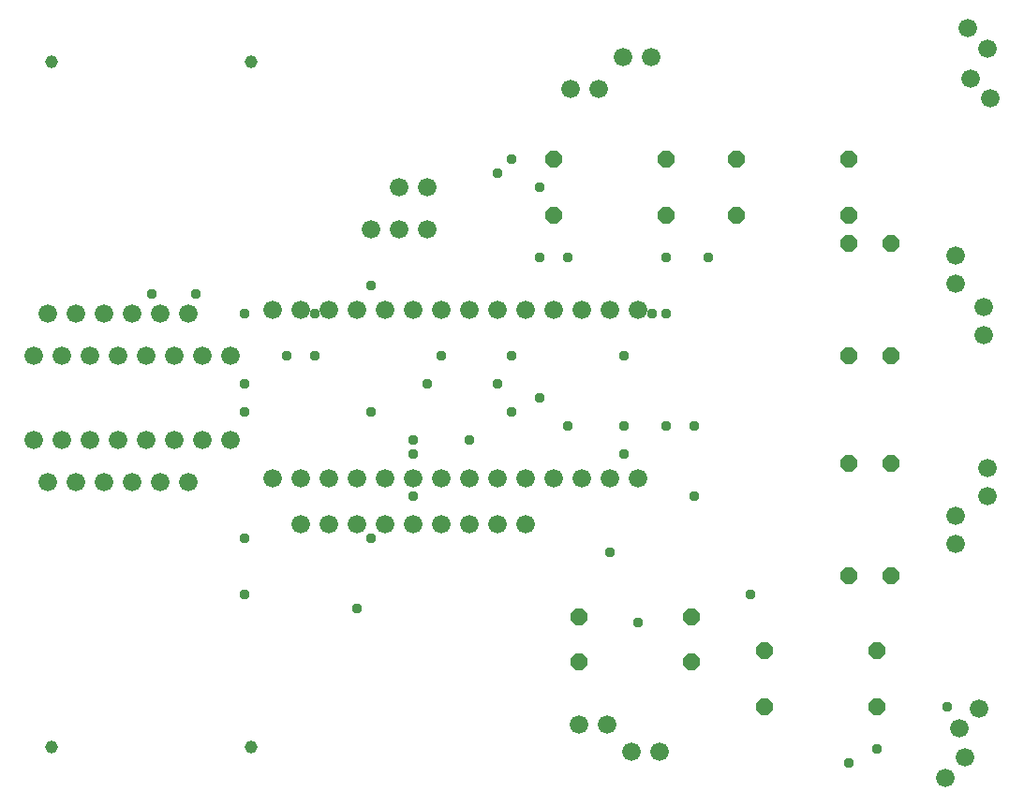
<source format=gbr>
G04 EAGLE Gerber X2 export*
G75*
%MOMM*%
%FSLAX34Y34*%
%LPD*%
%AMOC8*
5,1,8,0,0,1.08239X$1,22.5*%
G01*
%ADD10P,1.649562X8X22.500000*%
%ADD11P,1.649562X8X292.500000*%
%ADD12C,1.676400*%
%ADD13C,1.168400*%
%ADD14C,0.959600*%


D10*
X533400Y622300D03*
X635000Y622300D03*
X698500Y571500D03*
X800100Y571500D03*
D11*
X838200Y346400D03*
X838200Y244800D03*
X800100Y346400D03*
X800100Y244800D03*
D10*
X533400Y571500D03*
X635000Y571500D03*
D11*
X838200Y546100D03*
X838200Y444500D03*
X800100Y546100D03*
X800100Y444500D03*
D10*
X556100Y207800D03*
X657700Y207800D03*
X556100Y167000D03*
X657700Y167000D03*
X723900Y177800D03*
X825500Y177800D03*
X723900Y127000D03*
X825500Y127000D03*
X698500Y622300D03*
X800100Y622300D03*
D12*
X203200Y482600D03*
X177800Y482600D03*
X152400Y482600D03*
X127000Y482600D03*
X101600Y482600D03*
X76200Y482600D03*
X368300Y558800D03*
X393700Y558800D03*
X419100Y558800D03*
X419100Y596900D03*
X393700Y596900D03*
X897100Y509100D03*
X897100Y534500D03*
X508000Y292100D03*
X482600Y292100D03*
X457200Y292100D03*
X431800Y292100D03*
X406400Y292100D03*
X381000Y292100D03*
X355600Y292100D03*
X330200Y292100D03*
X304800Y292100D03*
X887320Y62620D03*
X905280Y80580D03*
X900020Y107220D03*
X917980Y125180D03*
X907320Y740180D03*
X925280Y722220D03*
X927980Y676820D03*
X910020Y694780D03*
X76200Y330200D03*
X101600Y330200D03*
X127000Y330200D03*
X152400Y330200D03*
X177800Y330200D03*
X203200Y330200D03*
X925600Y342500D03*
X925600Y317100D03*
X897100Y274000D03*
X897100Y299400D03*
X279400Y332900D03*
X304800Y332900D03*
X330200Y332900D03*
X355600Y332900D03*
X381000Y332900D03*
X406400Y332900D03*
X431800Y332900D03*
X457200Y332900D03*
X482600Y332900D03*
X508000Y332900D03*
X533400Y332900D03*
X558800Y332900D03*
X584200Y332900D03*
X609600Y332900D03*
X609600Y485300D03*
X584200Y485300D03*
X558800Y485300D03*
X533400Y485300D03*
X508000Y485300D03*
X482600Y485300D03*
X457200Y485300D03*
X431800Y485300D03*
X406400Y485300D03*
X381000Y485300D03*
X355600Y485300D03*
X330200Y485300D03*
X304800Y485300D03*
X279400Y485300D03*
X241300Y444500D03*
X215900Y444500D03*
X190500Y444500D03*
X165100Y444500D03*
X139700Y444500D03*
X114300Y444500D03*
X88900Y444500D03*
X63500Y444500D03*
X241300Y368300D03*
X215900Y368300D03*
X190500Y368300D03*
X165100Y368300D03*
X139700Y368300D03*
X114300Y368300D03*
X88900Y368300D03*
X63500Y368300D03*
X548800Y685800D03*
X574200Y685800D03*
X921700Y488000D03*
X921700Y462600D03*
X603400Y86200D03*
X628800Y86200D03*
X556100Y110800D03*
X581500Y110800D03*
X596100Y713900D03*
X621500Y713900D03*
D13*
X80000Y90000D03*
X260000Y90000D03*
X80000Y710000D03*
X260000Y710000D03*
D14*
X254000Y419100D03*
X254000Y393700D03*
X254000Y279400D03*
X254000Y228600D03*
X254000Y482600D03*
X292100Y444500D03*
X419100Y419100D03*
X482600Y419100D03*
X170000Y500000D03*
X210000Y500000D03*
X317500Y482600D03*
X317500Y444500D03*
X431800Y444500D03*
X495300Y444500D03*
X368300Y393700D03*
X368300Y508000D03*
X482600Y609600D03*
X406400Y368300D03*
X457200Y368300D03*
X546100Y381000D03*
X596900Y381000D03*
X635000Y381000D03*
X660400Y381000D03*
X355600Y215900D03*
X368300Y279400D03*
X609600Y203200D03*
X584200Y266700D03*
X596900Y355600D03*
X622300Y482600D03*
X406400Y317500D03*
X660400Y317500D03*
X406400Y355600D03*
X495300Y393700D03*
X520700Y406400D03*
X596900Y444500D03*
X635000Y482600D03*
X635000Y533400D03*
X889000Y127000D03*
X825500Y88900D03*
X800100Y76200D03*
X546100Y533400D03*
X520700Y533400D03*
X495300Y622300D03*
X520700Y596900D03*
X711200Y228600D03*
X673100Y533400D03*
M02*

</source>
